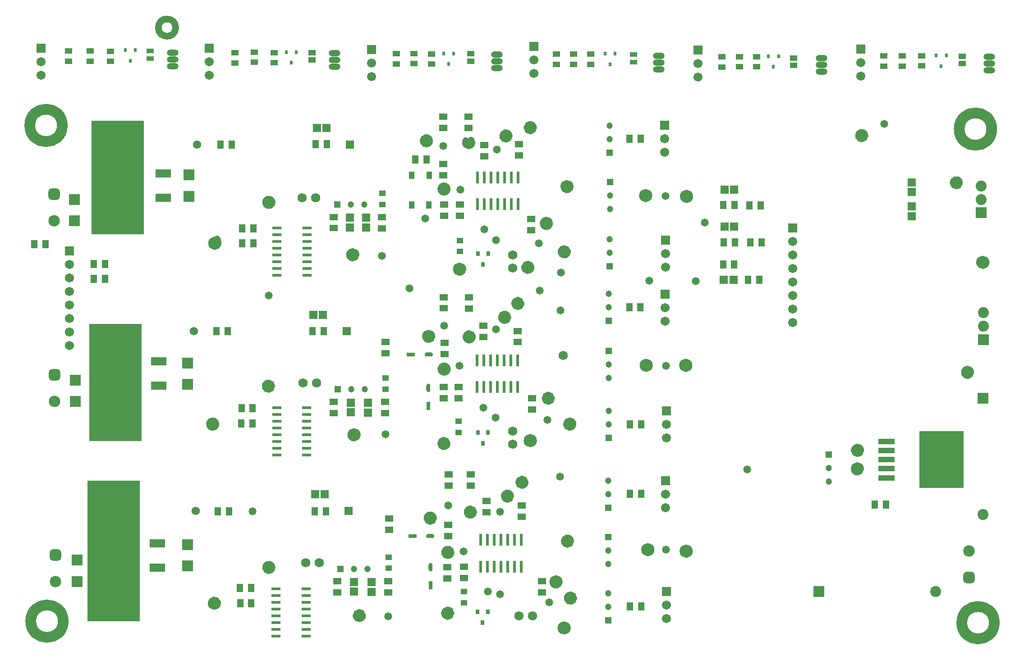
<source format=gts>
G04*
G04 #@! TF.GenerationSoftware,Altium Limited,Altium Designer,21.6.4 (81)*
G04*
G04 Layer_Color=8388736*
%FSLAX44Y44*%
%MOMM*%
G71*
G04*
G04 #@! TF.SameCoordinates,237C1AA0-54E4-4B3D-89E3-81C07F55AAFC*
G04*
G04*
G04 #@! TF.FilePolarity,Negative*
G04*
G01*
G75*
%ADD19R,1.5082X1.2065*%
%ADD20R,0.5580X2.2700*%
%ADD21R,1.2065X1.5082*%
%ADD22R,1.5046X1.5562*%
%ADD23R,0.6000X0.7000*%
G04:AMPARAMS|DCode=25|XSize=1.6071mm|YSize=0.7621mm|CornerRadius=0.3811mm|HoleSize=0mm|Usage=FLASHONLY|Rotation=0.000|XOffset=0mm|YOffset=0mm|HoleType=Round|Shape=RoundedRectangle|*
%AMROUNDEDRECTD25*
21,1,1.6071,0.0000,0,0,0.0*
21,1,0.8450,0.7621,0,0,0.0*
1,1,0.7621,0.4225,0.0000*
1,1,0.7621,-0.4225,0.0000*
1,1,0.7621,-0.4225,0.0000*
1,1,0.7621,0.4225,0.0000*
%
%ADD25ROUNDEDRECTD25*%
%ADD26R,1.6071X0.7621*%
G04:AMPARAMS|DCode=27|XSize=1.6071mm|YSize=0.7621mm|CornerRadius=0.3811mm|HoleSize=0mm|Usage=FLASHONLY|Rotation=90.000|XOffset=0mm|YOffset=0mm|HoleType=Round|Shape=RoundedRectangle|*
%AMROUNDEDRECTD27*
21,1,1.6071,0.0000,0,0,90.0*
21,1,0.8450,0.7621,0,0,90.0*
1,1,0.7621,0.0000,0.4225*
1,1,0.7621,0.0000,-0.4225*
1,1,0.7621,0.0000,-0.4225*
1,1,0.7621,0.0000,0.4225*
%
%ADD27ROUNDEDRECTD27*%
%ADD28R,0.7621X1.6071*%
%ADD29R,1.2000X1.1000*%
%ADD30R,1.4082X1.0065*%
%ADD31R,1.3500X0.9500*%
%ADD32R,1.3562X1.1046*%
%ADD33R,1.5562X1.5046*%
%ADD34R,8.3800X10.6600*%
%ADD35R,3.0500X1.0160*%
%ADD36R,1.6637X0.5588*%
%ADD37R,6.2000X5.8000*%
%ADD38R,3.0000X1.6000*%
%ADD39R,2.0000X2.0000*%
%ADD40C,0.2032*%
%ADD41C,1.2540*%
%ADD42C,2.0320*%
%ADD43R,9.9314X22.0472*%
%ADD44R,9.9314X26.4414*%
%ADD45R,9.9314X21.3106*%
%ADD46R,0.0762X0.0762*%
%ADD47C,0.9652*%
%ADD48R,0.8032X0.9032*%
%ADD49R,1.1132X1.4232*%
%ADD50C,1.7272*%
%ADD51C,1.2000*%
%ADD52C,1.7032*%
%ADD53R,1.7032X1.7032*%
%ADD54R,1.2000X1.2000*%
%ADD55C,2.1532*%
G04:AMPARAMS|DCode=56|XSize=2.1532mm|YSize=2.1532mm|CornerRadius=0.5891mm|HoleSize=0mm|Usage=FLASHONLY|Rotation=90.000|XOffset=0mm|YOffset=0mm|HoleType=Round|Shape=RoundedRectangle|*
%AMROUNDEDRECTD56*
21,1,2.1532,0.9750,0,0,90.0*
21,1,0.9750,2.1532,0,0,90.0*
1,1,1.1782,0.4875,0.4875*
1,1,1.1782,0.4875,-0.4875*
1,1,1.1782,-0.4875,-0.4875*
1,1,1.1782,-0.4875,0.4875*
%
%ADD56ROUNDEDRECTD56*%
%ADD57O,2.2032X1.2032*%
%ADD58O,2.2032X1.2032*%
%ADD59R,2.0574X2.0574*%
%ADD60C,2.0574*%
%ADD61C,2.0500*%
%ADD62R,2.0500X2.0500*%
%ADD63R,2.0574X2.0574*%
%ADD64R,1.2000X1.2000*%
%ADD65R,1.5748X1.5748*%
%ADD66C,1.5748*%
%ADD67C,1.4732*%
D19*
X1481328Y1528920D02*
D03*
X1546860Y1530952D02*
D03*
Y1509935D02*
D03*
X1569720Y1389982D02*
D03*
X1570990Y1053432D02*
D03*
X1302766Y827118D02*
D03*
Y806101D02*
D03*
X1405636Y1396143D02*
D03*
Y1417160D02*
D03*
X1405382Y1053497D02*
D03*
Y1074514D02*
D03*
X1412240Y715170D02*
D03*
Y736187D02*
D03*
X1569720Y1368965D02*
D03*
X1570990Y1032415D02*
D03*
X1589786Y688245D02*
D03*
Y709262D02*
D03*
X1404366Y1472598D02*
D03*
Y1493615D02*
D03*
X1455674Y910430D02*
D03*
Y889413D02*
D03*
X1442974Y736441D02*
D03*
Y715424D02*
D03*
X1435354Y1417415D02*
D03*
Y1396398D02*
D03*
X1544066Y1179924D02*
D03*
Y1158907D02*
D03*
X1406398Y1157572D02*
D03*
Y1136555D02*
D03*
X1405382Y1243425D02*
D03*
Y1222408D02*
D03*
X1479296Y1189482D02*
D03*
Y1168465D02*
D03*
X1452880Y1243330D02*
D03*
Y1222313D02*
D03*
X1433068Y1074514D02*
D03*
Y1053497D02*
D03*
X1551686Y851757D02*
D03*
Y830740D02*
D03*
X1413256Y815181D02*
D03*
Y794164D02*
D03*
X1414018Y910431D02*
D03*
Y889414D02*
D03*
X1485646Y860393D02*
D03*
Y839376D02*
D03*
X1300988Y688754D02*
D03*
Y709771D02*
D03*
X1205230Y688594D02*
D03*
Y709611D02*
D03*
X1198372Y1025811D02*
D03*
Y1046829D02*
D03*
X1295146Y1025557D02*
D03*
Y1046574D02*
D03*
X1289304Y1372776D02*
D03*
Y1393793D02*
D03*
X1481328Y1507903D02*
D03*
X1451864Y1561497D02*
D03*
Y1582514D02*
D03*
X1296162Y1138080D02*
D03*
Y1159097D02*
D03*
X1403858Y1582514D02*
D03*
Y1561497D02*
D03*
X1198626Y1394206D02*
D03*
Y1373189D02*
D03*
D20*
X1545082Y1468620D02*
D03*
X1532382D02*
D03*
X1545082Y1418344D02*
D03*
X1544320Y1074420D02*
D03*
X1531620D02*
D03*
X1518920D02*
D03*
X1506220D02*
D03*
X1493520D02*
D03*
X1480820D02*
D03*
X1468120D02*
D03*
Y1124696D02*
D03*
X1480820D02*
D03*
X1493520D02*
D03*
X1506220D02*
D03*
X1518920D02*
D03*
X1531620D02*
D03*
X1544320D02*
D03*
X1550670Y737124D02*
D03*
X1537970D02*
D03*
X1525270D02*
D03*
X1512570D02*
D03*
X1499870D02*
D03*
X1487170D02*
D03*
X1474470D02*
D03*
Y787400D02*
D03*
X1487170D02*
D03*
X1499870D02*
D03*
X1512570D02*
D03*
X1525270D02*
D03*
X1537970D02*
D03*
X1550670D02*
D03*
X1519682Y1468620D02*
D03*
X1506982D02*
D03*
X1494282D02*
D03*
X1481582D02*
D03*
X1468882D02*
D03*
Y1418344D02*
D03*
X1481582D02*
D03*
X1494282D02*
D03*
X1506982D02*
D03*
X1519682D02*
D03*
X1532382D02*
D03*
D21*
X1979168Y1416050D02*
D03*
X1997805Y1276350D02*
D03*
X1976788D02*
D03*
X2001868Y1346708D02*
D03*
X1980851D02*
D03*
X1950720Y1305306D02*
D03*
X1929703D02*
D03*
X1951830Y1346200D02*
D03*
X1930813D02*
D03*
X1930305Y1416304D02*
D03*
X1951322D02*
D03*
X2000185Y1416050D02*
D03*
X657098Y1343406D02*
D03*
X636081D02*
D03*
X748030Y1277620D02*
D03*
X769047D02*
D03*
X748030Y1305560D02*
D03*
X769047D02*
D03*
X1372711Y1501902D02*
D03*
X1351694D02*
D03*
X1754030Y1541272D02*
D03*
X1775047D02*
D03*
X1754538Y661924D02*
D03*
X1775555D02*
D03*
X1753522Y1224280D02*
D03*
X1774539D02*
D03*
X1754886Y1004316D02*
D03*
X1775903D02*
D03*
X1754632Y873760D02*
D03*
X1775649D02*
D03*
X2235294Y853694D02*
D03*
X2214277D02*
D03*
X1186021Y1530858D02*
D03*
X1165004D02*
D03*
X986282Y1530096D02*
D03*
X1007299D02*
D03*
X978408Y1179322D02*
D03*
X999425D02*
D03*
X1179924Y1179830D02*
D03*
X1158907D02*
D03*
X980854Y840994D02*
D03*
X1001870D02*
D03*
X1183735D02*
D03*
X1162718D02*
D03*
X1026573Y1372870D02*
D03*
X1047590D02*
D03*
X1047844Y1344676D02*
D03*
X1026827D02*
D03*
X1046067Y1005840D02*
D03*
X1025050D02*
D03*
X1046480Y1035050D02*
D03*
X1025463D02*
D03*
X1043940Y668528D02*
D03*
X1022923D02*
D03*
X1043686Y696722D02*
D03*
X1022669D02*
D03*
D22*
X1931044Y1276350D02*
D03*
X1949060D02*
D03*
X1932196Y1445514D02*
D03*
X1950212D02*
D03*
X1932704Y1376426D02*
D03*
X1950720D02*
D03*
X1166876Y1561084D02*
D03*
X1184892D02*
D03*
X1160544Y1210310D02*
D03*
X1178560D02*
D03*
X1163592Y872998D02*
D03*
X1181608D02*
D03*
D23*
X826110Y1707990D02*
D03*
X807110D02*
D03*
X816610Y1687990D02*
D03*
X1128522Y1704086D02*
D03*
X1109522D02*
D03*
X1119022Y1684086D02*
D03*
X1424026Y1701386D02*
D03*
X1405026D02*
D03*
X1414526Y1681386D02*
D03*
X1727200Y1701038D02*
D03*
X1708200D02*
D03*
X1717700Y1681038D02*
D03*
X2033778Y1696212D02*
D03*
X2014778D02*
D03*
X2024278Y1676212D02*
D03*
X2348840Y1697576D02*
D03*
X2329840D02*
D03*
X2339340Y1677576D02*
D03*
D25*
X1376925Y1135888D02*
D03*
X1379728Y794766D02*
D03*
D26*
X1343415Y1135888D02*
D03*
X1346217Y794766D02*
D03*
D27*
X1376680Y1072887D02*
D03*
X1380490Y735575D02*
D03*
D28*
X1376680Y1039377D02*
D03*
X1380490Y702065D02*
D03*
D29*
X1435354Y1329096D02*
D03*
Y1350096D02*
D03*
X1433322Y989158D02*
D03*
Y1010158D02*
D03*
X1443482Y669204D02*
D03*
Y690204D02*
D03*
X1301496Y754974D02*
D03*
Y733974D02*
D03*
X1295654Y1091524D02*
D03*
Y1070524D02*
D03*
X1289812Y1417742D02*
D03*
Y1438742D02*
D03*
D30*
X700532Y1686957D02*
D03*
Y1705975D02*
D03*
X741426D02*
D03*
Y1686957D02*
D03*
X779526Y1705467D02*
D03*
Y1686449D02*
D03*
X1086866Y1702927D02*
D03*
Y1683909D02*
D03*
X1049782Y1703689D02*
D03*
Y1684671D02*
D03*
X1013206Y1683401D02*
D03*
Y1702419D02*
D03*
X1382014Y1700641D02*
D03*
Y1681623D02*
D03*
X1349248Y1701149D02*
D03*
Y1682131D02*
D03*
X1315974Y1681877D02*
D03*
Y1700895D02*
D03*
X1681226Y1700133D02*
D03*
Y1681115D02*
D03*
X1648714Y1700133D02*
D03*
Y1681115D02*
D03*
X1616964D02*
D03*
Y1700133D02*
D03*
X1927606Y1676035D02*
D03*
Y1695053D02*
D03*
X1992376Y1695561D02*
D03*
Y1676543D02*
D03*
X1960372Y1695307D02*
D03*
Y1676289D02*
D03*
X2231644Y1677670D02*
D03*
Y1696687D02*
D03*
X2265934Y1696831D02*
D03*
Y1677813D02*
D03*
X2302764Y1697085D02*
D03*
Y1678067D02*
D03*
D31*
X853694Y1691506D02*
D03*
Y1706506D02*
D03*
X1761744Y1684648D02*
D03*
Y1699648D02*
D03*
D32*
X1157986Y1689204D02*
D03*
Y1703220D02*
D03*
X1455674Y1686768D02*
D03*
Y1700784D02*
D03*
X2062480Y1679044D02*
D03*
Y1693060D02*
D03*
X2378964Y1682092D02*
D03*
Y1696108D02*
D03*
D33*
X2284222Y1458976D02*
D03*
Y1440960D02*
D03*
Y1395866D02*
D03*
Y1413882D02*
D03*
X1269238Y689746D02*
D03*
Y707762D02*
D03*
X1236726Y708152D02*
D03*
Y690136D02*
D03*
X1230376Y1026804D02*
D03*
Y1044820D02*
D03*
X1263142Y1044566D02*
D03*
Y1026550D02*
D03*
X1228852Y1392546D02*
D03*
Y1374530D02*
D03*
X1259078Y1392546D02*
D03*
Y1374530D02*
D03*
D34*
X2339948Y938022D02*
D03*
D35*
X2236898Y972062D02*
D03*
Y955042D02*
D03*
Y938022D02*
D03*
Y921002D02*
D03*
Y903982D02*
D03*
D36*
X1147889Y946658D02*
D03*
Y959358D02*
D03*
Y972058D02*
D03*
Y984758D02*
D03*
Y997458D02*
D03*
Y1010158D02*
D03*
Y1022858D02*
D03*
Y1035558D02*
D03*
X1091375D02*
D03*
Y1022858D02*
D03*
Y1010158D02*
D03*
Y997458D02*
D03*
Y984758D02*
D03*
Y972058D02*
D03*
Y959358D02*
D03*
Y946658D02*
D03*
X1146429Y606552D02*
D03*
Y619252D02*
D03*
Y631952D02*
D03*
Y644652D02*
D03*
Y657352D02*
D03*
Y670052D02*
D03*
Y682752D02*
D03*
Y695452D02*
D03*
X1089914D02*
D03*
Y682752D02*
D03*
Y670052D02*
D03*
Y657352D02*
D03*
Y644652D02*
D03*
Y631952D02*
D03*
Y619252D02*
D03*
Y606552D02*
D03*
X1091882Y1284986D02*
D03*
Y1297686D02*
D03*
Y1310386D02*
D03*
Y1323086D02*
D03*
Y1335786D02*
D03*
Y1348486D02*
D03*
Y1361186D02*
D03*
Y1373886D02*
D03*
X1148398D02*
D03*
Y1361186D02*
D03*
Y1348486D02*
D03*
Y1335786D02*
D03*
Y1323086D02*
D03*
Y1310386D02*
D03*
Y1297686D02*
D03*
Y1284986D02*
D03*
D37*
X796544Y758190D02*
D03*
X798830Y1100074D02*
D03*
X807720Y1453388D02*
D03*
D38*
X867444Y735340D02*
D03*
Y781040D02*
D03*
X869730Y1077224D02*
D03*
Y1122924D02*
D03*
X878620Y1476238D02*
D03*
Y1430538D02*
D03*
D39*
X711962Y1426906D02*
D03*
Y1386906D02*
D03*
X924560Y738190D02*
D03*
Y778190D02*
D03*
X716788Y749234D02*
D03*
Y709234D02*
D03*
X924052Y1079566D02*
D03*
Y1119566D02*
D03*
X926846Y1433134D02*
D03*
Y1473134D02*
D03*
X713740Y1087308D02*
D03*
Y1047308D02*
D03*
D40*
X901688Y1750060D02*
G03*
X885444Y1766304I-16244J0D01*
G01*
Y1733816D02*
G03*
X901688Y1750060I0J16244D01*
G01*
X885444Y1766304D02*
G03*
X869200Y1750060I0J-16244D01*
G01*
D02*
G03*
X885444Y1733816I16244J0D01*
G01*
X896226Y1758449D02*
X897320Y1756811D01*
X896226Y1758449D02*
X897320Y1756811D01*
X897656Y1756184D02*
X898409Y1754364D01*
X894382Y1760391D02*
X895775Y1758998D01*
X898616Y1753684D02*
X899000Y1751752D01*
X899070Y1750060D02*
Y1751045D01*
X897656Y1756184D02*
X898409Y1754364D01*
X898616Y1753684D02*
X899000Y1751752D01*
X887136Y1763616D02*
X889068Y1763232D01*
X887136Y1763616D02*
X889068Y1763232D01*
X889748Y1763025D02*
X891568Y1762272D01*
X884459Y1763686D02*
X886429D01*
X884459D02*
X886429D01*
X892195Y1761936D02*
X893833Y1760842D01*
X894382Y1760391D02*
X895775Y1758998D01*
X889748Y1763025D02*
X891568Y1762272D01*
X892195Y1761936D02*
X893833Y1760842D01*
X899070Y1749075D02*
Y1750060D01*
Y1751045D01*
Y1749075D02*
Y1750060D01*
X898616Y1746436D02*
X899000Y1748368D01*
X898616Y1746436D02*
X899000Y1748368D01*
X897656Y1743936D02*
X898409Y1745756D01*
X897656Y1743936D02*
X898409Y1745756D01*
X896226Y1741671D02*
X897320Y1743309D01*
X896226Y1741671D02*
X897320Y1743309D01*
X894382Y1739729D02*
X895775Y1741122D01*
X894382Y1739729D02*
X895775Y1741122D01*
X892195Y1738183D02*
X893833Y1739278D01*
X892195Y1738183D02*
X893833Y1739278D01*
X889748Y1737095D02*
X891568Y1737848D01*
X889748Y1737095D02*
X891568Y1737848D01*
X887136Y1736504D02*
X889068Y1736888D01*
X887136Y1736504D02*
X889068Y1736888D01*
X881820Y1763232D02*
X883752Y1763616D01*
X881820Y1763232D02*
X883752Y1763616D01*
X879320Y1762272D02*
X881140Y1763025D01*
X879320Y1762272D02*
X881140Y1763025D01*
X877055Y1760842D02*
X878693Y1761936D01*
X877055Y1760842D02*
X878693Y1761936D01*
X875113Y1758998D02*
X876506Y1760391D01*
X875113Y1758998D02*
X876506Y1760391D01*
X873568Y1756811D02*
X874662Y1758449D01*
X873568Y1756811D02*
X874662Y1758449D01*
X872479Y1754364D02*
X873232Y1756184D01*
X872479Y1754364D02*
X873232Y1756184D01*
X871888Y1751752D02*
X872272Y1753684D01*
X871888Y1751752D02*
X872272Y1753684D01*
X871818Y1749075D02*
Y1750060D01*
Y1751045D01*
Y1750060D02*
Y1751045D01*
X879320Y1737848D02*
X881140Y1737095D01*
X877055Y1739278D02*
X878693Y1738183D01*
X879320Y1737848D02*
X881140Y1737095D01*
X877055Y1739278D02*
X878693Y1738183D01*
X884459Y1736434D02*
X886429D01*
X884459D02*
X886429D01*
X881820Y1736888D02*
X883752Y1736504D01*
X881820Y1736888D02*
X883752Y1736504D01*
X872479Y1745756D02*
X873232Y1743936D01*
X871888Y1748368D02*
X872272Y1746436D01*
X872479Y1745756D02*
X873232Y1743936D01*
X871818Y1749075D02*
Y1750060D01*
X871888Y1748368D02*
X872272Y1746436D01*
X875113Y1741122D02*
X876506Y1739729D01*
X875113Y1741122D02*
X876506Y1739729D01*
X873568Y1743309D02*
X874662Y1741671D01*
X873568Y1743309D02*
X874662Y1741671D01*
D41*
X901688Y1750060D02*
G03*
X901688Y1750060I-16244J0D01*
G01*
D42*
X2434082Y1559306D02*
G03*
X2434082Y1559306I-30480J0D01*
G01*
X2438908Y631698D02*
G03*
X2438908Y631698I-30480J0D01*
G01*
X688848Y1566164D02*
G03*
X688848Y1566164I-30480J0D01*
G01*
X690626Y634492D02*
G03*
X690626Y634492I-30480J0D01*
G01*
D43*
X788289Y1083310D02*
D03*
D44*
X784987Y766191D02*
D03*
D45*
X792861Y1468247D02*
D03*
D46*
X732409Y1139571D02*
D03*
D47*
X1567815Y1553992D02*
G03*
X1567942Y1553995I-127J7854D01*
G01*
X1559883Y1562735D02*
G03*
X1559833Y1561846I7805J-889D01*
G01*
D02*
G03*
X1562133Y1556292I7855J0D01*
G01*
D02*
G03*
X1567688Y1553991I5555J5555D01*
G01*
X1562437Y1567688D02*
G03*
X1559883Y1562735I5251J-5842D01*
G01*
X1566230Y1569565D02*
G03*
X1562437Y1567688I1458J-7719D01*
G01*
X1567688Y1553991D02*
G03*
X1567815Y1553992I-0J7855D01*
G01*
X1567942Y1553995D02*
G03*
X1568704Y1554057I-254J7851D01*
G01*
D02*
G03*
X1575543Y1561846I-1016J7789D01*
G01*
D02*
G03*
X1566230Y1569565I-7855J0D01*
G01*
X1631442Y1336529D02*
G03*
X1639297Y1328674I0J-7855D01*
G01*
X1639168Y1330091D02*
G03*
X1631442Y1336529I-7726J-1417D01*
G01*
X1639297Y1328674D02*
G03*
X1639295Y1328848I-7855J0D01*
G01*
Y1328848D02*
G03*
X1639168Y1330091I-7853J-174D01*
G01*
X1605769Y1382014D02*
G03*
X1604788Y1385816I-7855J0D01*
G01*
Y1385816D02*
G03*
X1597914Y1389869I-6874J-3802D01*
G01*
X1639043Y621792D02*
G03*
X1623469Y623250I-7855J0D01*
G01*
X1591768Y1386906D02*
G03*
X1605769Y1382014I6146J-4892D01*
G01*
X1597914Y1389869D02*
G03*
X1591768Y1386906I0J-7855D01*
G01*
X1623469Y623250D02*
G03*
X1623399Y620776I7719J-1458D01*
G01*
D02*
G03*
X1639043Y621792I7789J1016D01*
G01*
X1570971Y1299464D02*
G03*
X1563297Y1307317I-7855J0D01*
G01*
D02*
G03*
X1555304Y1300289I-181J-7853D01*
G01*
X1609325Y1053338D02*
G03*
X1601470Y1061193I-7855J0D01*
G01*
X1555304Y1300289D02*
G03*
X1570835Y1298006I7812J-825D01*
G01*
X1593615Y1053385D02*
G03*
X1601470Y1045483I7855J-47D01*
G01*
Y1061193D02*
G03*
X1593615Y1053385I0J-7855D01*
G01*
X1570835Y1298006D02*
G03*
X1570971Y1299464I-7719J1458D01*
G01*
X1601470Y1045483D02*
G03*
X1609325Y1053338I0J7855D01*
G01*
X1616964Y700617D02*
G03*
X1617980Y700818I-1016J7789D01*
G01*
X1615948Y700551D02*
G03*
X1616964Y700617I0J7855D01*
G01*
X1623803Y708406D02*
G03*
X1608100Y708755I-7855J0D01*
G01*
D02*
G03*
X1615948Y700551I7847J-349D01*
G01*
X1559795Y895604D02*
G03*
X1551940Y903459I-7855J0D01*
G01*
X1551813Y887750D02*
G03*
X1559795Y895604I127J7854D01*
G01*
X1551940Y903459D02*
G03*
X1544085Y895604I0J-7855D01*
G01*
D02*
G03*
X1551813Y887750I7855J0D01*
G01*
X1551921Y1231646D02*
G03*
X1544066Y1239501I-7855J0D01*
G01*
D02*
G03*
X1536211Y1231646I0J-7855D01*
G01*
X1544066Y1223791D02*
G03*
X1551567Y1229314I0J7855D01*
G01*
X1536211Y1231646D02*
G03*
X1544066Y1223791I7855J0D01*
G01*
X2189988Y1539259D02*
G03*
X2197839Y1546860I0J7855D01*
G01*
X2197843Y1547114D02*
G03*
X2189988Y1539259I-7855J0D01*
G01*
X1084561Y1421638D02*
G03*
X1084158Y1424122I-7855J0D01*
G01*
D02*
G03*
X1071152Y1427193I-7452J-2484D01*
G01*
D02*
G03*
X1084557Y1421384I5555J-5555D01*
G01*
D02*
G03*
X1084561Y1421638I-7851J254D01*
G01*
X1083799Y1076198D02*
G03*
X1081498Y1070643I-7855J0D01*
G01*
X2197839Y1546860D02*
G03*
X2197843Y1547114I-7851J254D01*
G01*
X2359937Y1458722D02*
G03*
X2359933Y1458468I7851J-254D01*
G01*
X2360919Y1462278D02*
G03*
X2359937Y1458722I6869J-3810D01*
G01*
X2359933Y1458468D02*
G03*
X2360919Y1462278I7855J0D01*
G01*
X1628667Y1451102D02*
G03*
X1630968Y1445547I7855J0D01*
G01*
D02*
G03*
X1644377Y1451102I5555J5555D01*
G01*
D02*
G03*
X1628667Y1451102I-7855J0D01*
G01*
X1617980Y700818D02*
G03*
X1623803Y708406I-2032J7588D01*
G01*
X1650981Y677926D02*
G03*
X1648681Y683481I-7855J0D01*
G01*
D02*
G03*
X1650944Y677164I-5555J-5555D01*
G01*
X1405382Y976357D02*
G03*
X1397527Y968600I0J-7855D01*
G01*
X1413237Y968502D02*
G03*
X1413236Y968662I-7855J0D01*
G01*
Y968662D02*
G03*
X1405382Y976357I-7854J-160D01*
G01*
X1397527Y968600D02*
G03*
X1397527Y968502I7855J-98D01*
G01*
X1404112Y960750D02*
G03*
X1413237Y968502I1270J7752D01*
G01*
X1397527D02*
G03*
X1399776Y963000I7855J0D01*
G01*
Y963000D02*
G03*
X1404112Y960750I5606J5502D01*
G01*
X1418049Y655057D02*
G03*
X1412240Y657354I-5555J-5555D01*
G01*
D02*
G03*
X1404639Y649570I254J-7851D01*
G01*
D02*
G03*
X1404639Y649503I7855J-67D01*
G01*
X1411570Y641702D02*
G03*
X1412240Y641652I924J7801D01*
G01*
X1404639Y649503D02*
G03*
X1411570Y641702I7855J0D01*
G01*
X1412240Y641652D02*
G03*
X1412475Y641648I254J7851D01*
G01*
D02*
G03*
X1412494Y641648I19J7855D01*
G01*
D02*
G03*
X1420345Y649229I0J7855D01*
G01*
X1420349Y649503D02*
G03*
X1420338Y649917I-7855J0D01*
G01*
D02*
G03*
X1418049Y655057I-7844J-414D01*
G01*
X1420345Y649229D02*
G03*
X1420348Y649358I-7850J273D01*
G01*
D02*
G03*
X1420349Y649503I-7854J145D01*
G01*
X1637538Y777005D02*
G03*
X1645393Y784860I0J7855D01*
G01*
D02*
G03*
X1637538Y777005I-7855J0D01*
G01*
X1575543Y973836D02*
G03*
X1559833Y973836I-7855J0D01*
G01*
D02*
G03*
X1575543Y973836I7855J0D01*
G01*
X1650944Y677164D02*
G03*
X1650981Y677926I-7818J762D01*
G01*
X1532617Y869442D02*
G03*
X1524762Y861587I-7855J0D01*
G01*
D02*
G03*
X1532617Y869442I0J7855D01*
G01*
X1463021Y839423D02*
G03*
X1463021Y839470I-7855J47D01*
G01*
X1455420Y847321D02*
G03*
X1463021Y839423I-254J-7851D01*
G01*
X1463021Y839470D02*
G03*
X1455420Y847321I-7855J0D01*
G01*
X1379728Y820185D02*
G03*
X1387583Y828040I0J7855D01*
G01*
X1371886Y827579D02*
G03*
X1379728Y820185I7842J461D01*
G01*
X1387583Y828040D02*
G03*
X1371886Y827579I-7855J0D01*
G01*
X1412494Y755927D02*
G03*
X1420603Y763778I254J7851D01*
G01*
D02*
G03*
X1412494Y755927I-7855J0D01*
G01*
X1551567Y1229314D02*
G03*
X1551921Y1231646I-7501J2332D01*
G01*
X1529823Y1546352D02*
G03*
X1521968Y1538497I-7855J0D01*
G01*
D02*
G03*
X1522984Y1538563I0J7855D01*
G01*
D02*
G03*
X1529823Y1546352I-1016J7789D01*
G01*
X1518920Y1197645D02*
G03*
X1525117Y1200068I508J7839D01*
G01*
X1527283Y1205484D02*
G03*
X1518920Y1197645I-7855J0D01*
G01*
X1648949Y1008198D02*
G03*
X1641856Y1012679I-7093J-3374D01*
G01*
X1649711Y1004824D02*
G03*
X1648949Y1008198I-7855J0D01*
G01*
X1641856Y1012679D02*
G03*
X1649711Y1004824I0J-7855D01*
G01*
X1081498Y1070643D02*
G03*
X1083799Y1076198I-5555J5555D01*
G01*
X1452257Y1535623D02*
G03*
X1452023Y1535672I-1176J-5015D01*
G01*
X1452257Y1535623D02*
G03*
X1452023Y1535672I-1176J-5015D01*
G01*
Y1526049D02*
G03*
X1457122Y1527928I0J7855D01*
G01*
X1452023Y1535672D02*
G03*
X1451944Y1535686I-942J-5064D01*
G01*
X1452023Y1535672D02*
G03*
X1451944Y1535686I-942J-5064D01*
G01*
X1451944Y1535686D02*
G03*
X1450259Y1535693I-862J-5078D01*
G01*
X1451944Y1535686D02*
G03*
X1450259Y1535693I-862J-5078D01*
G01*
X1446469Y1528349D02*
G03*
X1452023Y1526049I5555J5555D01*
G01*
X1445154Y1530094D02*
G03*
X1446469Y1528349I6869J3810D01*
G01*
X1460735Y1168654D02*
G03*
X1460731Y1168908I-7855J0D01*
G01*
X1460735Y1168559D02*
G03*
X1460735Y1168654I-7855J94D01*
G01*
X1458185Y1174447D02*
G03*
X1452880Y1176509I-5305J-5793D01*
G01*
X1460456Y1170730D02*
G03*
X1458185Y1174447I-7576J-2076D01*
G01*
X1460731Y1168908D02*
G03*
X1460456Y1170730I-7851J-254D01*
G01*
X1452880Y1176509D02*
G03*
X1451356Y1176360I0J-7855D01*
G01*
D02*
G03*
X1460735Y1168559I1524J-7706D01*
G01*
X2189968Y955168D02*
G03*
X2189901Y956325I-7854J126D01*
G01*
X2187668Y949740D02*
G03*
X2189968Y955168I-5555J5555D01*
G01*
X2181987Y947440D02*
G03*
X2187668Y949740I127J7854D01*
G01*
X2181987Y947440D02*
G03*
X2187668Y949740I127J7854D01*
G01*
X1226427Y1323561D02*
G03*
X1226405Y1323086I7832J-602D01*
G01*
D02*
G03*
X1226404Y1322959I7854J-127D01*
G01*
D02*
G03*
X1226461Y1322018I7855J0D01*
G01*
X1412425Y1442579D02*
G03*
X1413491Y1446530I-6789J3951D01*
G01*
X1405636Y1438675D02*
G03*
X1412425Y1442579I0J7855D01*
G01*
X1413491Y1446530D02*
G03*
X1405636Y1438675I-7855J0D01*
G01*
X979151Y1004824D02*
G03*
X979135Y1005332I-7855J0D01*
G01*
X974586Y1011957D02*
G03*
X970280Y1012613I-3290J-7133D01*
G01*
X979135Y1005332D02*
G03*
X974586Y1011957I-7839J-508D01*
G01*
X963507Y1005840D02*
G03*
X979151Y1004824I7789J-1016D01*
G01*
X970280Y1012613D02*
G03*
X963980Y1007684I1016J-7789D01*
G01*
D02*
G03*
X963507Y1005840I7316J-2860D01*
G01*
X1238777Y645086D02*
G03*
X1238793Y644652I7855J74D01*
G01*
X1254487Y645160D02*
G03*
X1238777Y645086I-7855J0D01*
G01*
X1238793Y644652D02*
G03*
X1254487Y645160I7839J508D01*
G01*
X982282Y1344676D02*
G03*
X982322Y1345057I-17772J2047D01*
G01*
X983171Y1344676D02*
G03*
X983190Y1344830I-11587J1554D01*
G01*
X983116Y1344310D02*
G03*
X983171Y1344676I-11532J1920D01*
G01*
X982236Y1344310D02*
G03*
X982282Y1344676I-17726J2412D01*
G01*
X982218Y1341374D02*
G03*
X983116Y1344310I-10634J4856D01*
G01*
X982218Y1344180D02*
G03*
X982236Y1344310I-17708J2543D01*
G01*
X980744Y1339207D02*
G03*
X980872Y1339342I-5638J5469D01*
G01*
X980744Y1339207D02*
G03*
X980872Y1339342I-5638J5469D01*
G01*
X980744Y1339207D02*
G03*
X980872Y1339342I-5638J5469D01*
G01*
X980744Y1339207D02*
G03*
X980872Y1339342I-5638J5469D01*
G01*
X980744Y1339207D02*
G03*
X980790Y1339307I-16234J7516D01*
G01*
X980744Y1339207D02*
G03*
X980790Y1339307I-16234J7516D01*
G01*
X980744Y1339207D02*
G03*
X980790Y1339307I-16234J7516D01*
G01*
X980744Y1339207D02*
G03*
X980790Y1339307I-16234J7516D01*
G01*
X980743Y1339205D02*
G03*
X980744Y1339207I-5637J5471D01*
G01*
X980743Y1339205D02*
G03*
X980744Y1339207I-5637J5471D01*
G01*
X980743Y1339205D02*
G03*
X980744Y1339207I-5637J5471D01*
G01*
X980743Y1339205D02*
G03*
X980744Y1339207I-5637J5471D01*
G01*
X980731Y1339179D02*
G03*
X980744Y1339207I-16221J7544D01*
G01*
X980731Y1339179D02*
G03*
X980744Y1339207I-16221J7544D01*
G01*
X980731Y1339179D02*
G03*
X980744Y1339207I-16221J7544D01*
G01*
X981283Y1352531D02*
G03*
X979850Y1354496I-6987J-3589D01*
G01*
X981283Y1352531D02*
G03*
X979850Y1354496I-6987J-3589D01*
G01*
X981431Y1352531D02*
G03*
X979850Y1354496I-9847J-6301D01*
G01*
X981283Y1352531D02*
G03*
X979850Y1354496I-6987J-3589D01*
G01*
X981283Y1352531D02*
G03*
X979850Y1354496I-6987J-3589D01*
G01*
X981431Y1352531D02*
G03*
X979850Y1354496I-9847J-6301D01*
G01*
X981431Y1352531D02*
G03*
X979850Y1354496I-9847J-6301D01*
G01*
X981431Y1352531D02*
G03*
X979850Y1354496I-9847J-6301D01*
G01*
X975106Y1352531D02*
G03*
X969551Y1350231I0J-7855D01*
G01*
X980731Y1339179D02*
G03*
X980744Y1339207I-16221J7544D01*
G01*
X969551Y1350231D02*
G03*
X967994Y1348011I5555J-5555D01*
G01*
D02*
G03*
X967262Y1345090I7112J-3335D01*
G01*
D02*
G03*
X967251Y1344676I7844J-414D01*
G01*
D02*
G03*
X967994Y1341341I7855J0D01*
G01*
X1442701Y1295908D02*
G03*
X1426991Y1295908I-7855J0D01*
G01*
X1437853Y1288651D02*
G03*
X1442701Y1295908I-3007J7257D01*
G01*
X1434846Y1288053D02*
G03*
X1437853Y1288651I0J7855D01*
G01*
X1429789Y1289897D02*
G03*
X1434846Y1288053I5056J6011D01*
G01*
X1426991Y1295908D02*
G03*
X1429789Y1289897I7855J0D01*
G01*
X1525117Y1200068D02*
G03*
X1527283Y1205484I-5689J5416D01*
G01*
X2189715Y920750D02*
G03*
X2189714Y920876I-7855J0D01*
G01*
X2174005Y920750D02*
G03*
X2182114Y912899I7855J0D01*
G01*
X2174005Y920842D02*
G03*
X2174005Y920750I7855J-92D01*
G01*
X2189714Y920876D02*
G03*
X2174005Y920842I-7854J-126D01*
G01*
X1376934Y1161815D02*
G03*
X1384789Y1169670I0J7855D01*
G01*
D02*
G03*
X1369079Y1169670I-7855J0D01*
G01*
X1369908Y1166157D02*
G03*
X1376934Y1161815I7026J3513D01*
G01*
X1369079Y1169670D02*
G03*
X1369908Y1166157I7855J0D01*
G01*
X1405636Y1100351D02*
G03*
X1413745Y1108202I254J7851D01*
G01*
D02*
G03*
X1405636Y1100351I-7855J0D01*
G01*
X1380471Y1537208D02*
G03*
X1372663Y1529353I-7855J0D01*
G01*
X1379737Y1533892D02*
G03*
X1380471Y1537208I-7121J3316D01*
G01*
X1372663Y1529353D02*
G03*
X1379737Y1533892I-47J7855D01*
G01*
X981948Y670246D02*
G03*
X973328Y676063I-7604J-1972D01*
G01*
X982198Y668401D02*
G03*
X981948Y670246I-7854J-127D01*
G01*
X982199Y668274D02*
G03*
X982198Y668401I-7855J0D01*
G01*
X973328Y676063D02*
G03*
X966529Y669069I1016J-7789D01*
G01*
X966529Y669069D02*
G03*
X966489Y668274I7815J-795D01*
G01*
D02*
G03*
X982190Y667893I7855J0D01*
G01*
X1459878Y1533904D02*
G03*
X1459878Y1533984I-7855J0D01*
G01*
D02*
G03*
X1458014Y1538984I-7855J-80D01*
G01*
X1458892Y1530094D02*
G03*
X1459878Y1533904I-6869J3810D01*
G01*
X1454119Y1536188D02*
G03*
X1454118Y1536188I3186J-6922D01*
G01*
X1444168Y1533904D02*
G03*
X1444176Y1533555I7855J0D01*
G01*
X1444168Y1533904D02*
G03*
X1444176Y1533555I7855J0D01*
G01*
X1444176Y1533555D02*
G03*
X1445154Y1530094I7847J349D01*
G01*
X1457578Y1528349D02*
G03*
X1458892Y1530094I-5555J5555D01*
G01*
X1457574Y1528345D02*
G03*
X1457578Y1528349I-5550J5559D01*
G01*
X1457122Y1527928D02*
G03*
X1457574Y1528345I-5099J5975D01*
G01*
X1458014Y1538984D02*
G03*
X1457578Y1539458I-5991J-5080D01*
G01*
X1444175Y1534238D02*
G03*
X1444168Y1533904I7848J-334D01*
G01*
X1444175Y1534238D02*
G03*
X1444168Y1533904I7848J-334D01*
G01*
X1450259Y1535693D02*
G03*
X1447439Y1534250I822J-5085D01*
G01*
X1444622Y1536536D02*
G03*
X1444175Y1534238I7401J-2632D01*
G01*
X1444622Y1536536D02*
G03*
X1444175Y1534238I7401J-2632D01*
G01*
X1453896Y1534922D02*
G03*
X1452747Y1535482I-2815J-4314D01*
G01*
X1452747D02*
G03*
X1452257Y1535623I-1666J-4874D01*
G01*
X1457577Y1539458D02*
G03*
X1456849Y1540102I-5554J-5555D01*
G01*
D02*
G03*
X1456647Y1540254I-4826J-6198D01*
G01*
D02*
G03*
X1456468Y1540381I-4624J-6350D01*
G01*
X1456467Y1540381D02*
G03*
X1456316Y1540482I-4444J-6477D01*
G01*
X1446469Y1539458D02*
G03*
X1445154Y1537714I5555J-5554D01*
G01*
X1446469Y1539458D02*
G03*
X1445154Y1537714I5555J-5554D01*
G01*
X1445154Y1537714D02*
G03*
X1445153Y1537712I6870J-3810D01*
G01*
X1445154Y1537714D02*
G03*
X1445153Y1537712I6870J-3810D01*
G01*
Y1537712D02*
G03*
X1444622Y1536536I6870J-3808D01*
G01*
X1445153Y1537712D02*
G03*
X1444622Y1536536I6870J-3808D01*
G01*
X1445154Y1537714D02*
G03*
X1444622Y1536536I6870J-3810D01*
G01*
X1445154Y1537714D02*
G03*
X1444622Y1536536I6870J-3810D01*
G01*
X1452747Y1535482D02*
G03*
X1452257Y1535623I-1666J-4874D01*
G01*
X1453896Y1534922D02*
G03*
X1452747Y1535482I-2815J-4314D01*
G01*
X1450259Y1535693D02*
G03*
X1447439Y1534250I822J-5085D01*
G01*
X1796269Y768858D02*
G03*
X1796269Y768858I-7855J0D01*
G01*
X1868913Y1432814D02*
G03*
X1868913Y1432814I-7855J0D01*
G01*
X1792205Y1434338D02*
G03*
X1792205Y1434338I-7855J0D01*
G01*
X1867501Y1115314D02*
G03*
X1867501Y1115314I-7855J0D01*
G01*
X1793221D02*
G03*
X1793221Y1115314I-7855J0D01*
G01*
X1868207Y766008D02*
G03*
X1868207Y766008I-7855J0D01*
G01*
X2189706Y920369D02*
G03*
X2189715Y920750I-7846J381D01*
G01*
X2182114Y912899D02*
G03*
X2189706Y920369I-254J7851D01*
G01*
X2181987Y963148D02*
G03*
X2180206Y962914I127J-7854D01*
G01*
X2182114Y963149D02*
G03*
X2181987Y963148I0J-7855D01*
G01*
X2178304Y962163D02*
G03*
X2174259Y955294I3810J-6869D01*
G01*
X2180206Y962914D02*
G03*
X2178304Y962163I1908J-7620D01*
G01*
X2189901Y956325D02*
G03*
X2185427Y962417I-7787J-1031D01*
G01*
D02*
G03*
X2182114Y963149I-3313J-7123D01*
G01*
X2174259Y955294D02*
G03*
X2181987Y947440I7855J0D01*
G01*
X2174259Y955294D02*
G03*
X2181987Y947440I7855J0D01*
G01*
X983190Y1344830D02*
G03*
X983215Y1345057I-11606J1400D01*
G01*
X982322D02*
G03*
X982218Y1349265I-17812J1666D01*
G01*
X983215Y1345057D02*
G03*
X983249Y1345453I-11632J1173D01*
G01*
X982190Y667893D02*
G03*
X982199Y668274I-7846J381D01*
G01*
X1084561Y735584D02*
G03*
X1081133Y729095I-7855J0D01*
G01*
D02*
G03*
X1084561Y735584I-4427J6489D01*
G01*
X1228875Y985012D02*
G03*
X1244581Y984758I7851J-254D01*
G01*
D02*
G03*
X1228875Y985012I-7855J0D01*
G01*
X1242026Y1324139D02*
G03*
X1241911Y1324737I-7766J-1180D01*
G01*
X1240838Y1327252D02*
G03*
X1239885Y1328441I-6579J-4293D01*
G01*
X1242049Y1323975D02*
G03*
X1242026Y1324139I-7789J-1016D01*
G01*
X1226553Y1321435D02*
G03*
X1226918Y1320165I7706J1524D01*
G01*
X1226470Y1321943D02*
G03*
X1226508Y1321689I7789J1016D01*
G01*
D02*
G03*
X1226553Y1321435I7752J1270D01*
G01*
X1234513Y1330810D02*
G03*
X1234259Y1330814I-254J-7851D01*
G01*
D02*
G03*
X1229496Y1329205I0J-7855D01*
G01*
X1226918Y1320165D02*
G03*
X1227022Y1319906I7341J2794D01*
G01*
X1229496Y1329205D02*
G03*
X1227390Y1326769I4763J-6246D01*
G01*
D02*
G03*
X1227022Y1326012I6869J-3810D01*
G01*
D02*
G03*
X1227020Y1326007I7238J-3052D01*
G01*
D02*
G03*
X1226427Y1323561I7240J-3048D01*
G01*
X1242115Y1322959D02*
G03*
X1242049Y1323975I-7855J0D01*
G01*
X1241775Y1325245D02*
G03*
X1241129Y1326769I-7515J-2286D01*
G01*
D02*
G03*
X1240838Y1327252I-6869J-3810D01*
G01*
X1226461Y1322018D02*
G03*
X1226470Y1321943I7799J941D01*
G01*
X1227022Y1319906D02*
G03*
X1234259Y1315104I7238J3053D01*
G01*
D02*
G03*
X1242115Y1322959I0J7855D01*
G01*
X1239814Y1328513D02*
G03*
X1234513Y1330810I-5555J-5555D01*
G01*
X1241847Y1324991D02*
G03*
X1241775Y1325245I-7588J-2032D01*
G01*
X1241911Y1324737D02*
G03*
X1241847Y1324991I-7651J-1778D01*
G01*
X1239885Y1328441D02*
G03*
X1239814Y1328513I-5626J-5482D01*
G01*
X982213Y1341363D02*
G03*
X982218Y1341373I-10630J4866D01*
G01*
X981578Y1341363D02*
G03*
X982218Y1344180I-17068J5359D01*
G01*
Y1341341D02*
G03*
X982228Y1341363I-7112J3335D01*
G01*
X981461Y1341003D02*
G03*
X981578Y1341363I-16951J5720D01*
G01*
X982187Y1341306D02*
G03*
X982213Y1341363I-10603J4923D01*
G01*
X982199Y1341300D02*
G03*
X982218Y1341341I-7093J3376D01*
G01*
X982184Y1341300D02*
G03*
X982187Y1341306I-10600J4930D01*
G01*
X982218Y1351086D02*
G03*
X981431Y1352531I-10634J-4857D01*
G01*
X982237Y1351045D02*
G03*
X982218Y1351086I-10653J-4815D01*
G01*
Y1349265D02*
G03*
X981956Y1350680I-17708J-2543D01*
G01*
X982188Y1341278D02*
G03*
X982199Y1341300I-7082J3398D01*
G01*
X983249Y1345453D02*
G03*
X982237Y1351045I-11665J777D01*
G01*
X980152Y1338656D02*
G03*
X980236Y1338727I-5046J6020D01*
G01*
X969340Y1339342D02*
G03*
X980152Y1338656I5767J5334D01*
G01*
X980714Y1339176D02*
G03*
X980717Y1339178I-5608J5500D01*
G01*
X980660Y1339122D02*
G03*
X980714Y1339176I-5555J5554D01*
G01*
X981956Y1350680D02*
G03*
X981283Y1352531I-7660J-1738D01*
G01*
X967994Y1341341D02*
G03*
X969340Y1339342I7112J3335D01*
G01*
X980717Y1339178D02*
G03*
X980741Y1339203I-5611J5497D01*
G01*
X981086Y1339995D02*
G03*
X981461Y1341003I-16576J6728D01*
G01*
X980952Y1339673D02*
G03*
X981086Y1339995I-16442J7050D01*
G01*
X980741Y1339203D02*
G03*
X980743Y1339205I-5635J5473D01*
G01*
X981701Y1340408D02*
G03*
X982188Y1341278I-6595J4268D01*
G01*
X980236Y1338727D02*
G03*
X980660Y1339122I-5130J5949D01*
G01*
X980790Y1339307D02*
G03*
X980952Y1339673I-16280J7415D01*
G01*
X980872Y1339342D02*
G03*
X981701Y1340408I-5767J5334D01*
G01*
X2425173Y1308862D02*
G03*
X2425173Y1308862I-7855J0D01*
G01*
X2394171Y1107661D02*
G03*
X2396471Y1102106I-5555J-5555D01*
G01*
X2395739Y1105419D02*
G03*
X2394171Y1107661I-7123J-3313D01*
G01*
X2396471Y1102106D02*
G03*
X2395739Y1105419I-7855J0D01*
G01*
D48*
X1488542Y1324958D02*
D03*
X1469542D02*
D03*
X1479042Y1304958D02*
D03*
X1487780Y651858D02*
D03*
X1468780D02*
D03*
X1478280Y631858D02*
D03*
X1488034Y988662D02*
D03*
X1469034D02*
D03*
X1478534Y968662D02*
D03*
D49*
X1345090Y1472438D02*
D03*
X1377790D02*
D03*
X1344836Y1416812D02*
D03*
X1377536D02*
D03*
D50*
X1567688Y1561846D02*
D03*
X1631442Y1328674D02*
D03*
X1597914Y1382014D02*
D03*
X1571498Y644144D02*
D03*
X1631188Y621792D02*
D03*
X1601470Y1053338D02*
D03*
X1563116Y1299464D02*
D03*
X1534668Y1322940D02*
D03*
X1636522Y1451102D02*
D03*
X1546498Y644144D02*
D03*
X1412494Y649503D02*
D03*
X1551940Y895604D02*
D03*
X1637538Y784860D02*
D03*
X1405382Y968502D02*
D03*
X1521968Y1546352D02*
D03*
X1519428Y1205484D02*
D03*
X1372616Y1537208D02*
D03*
X1376934Y1169670D02*
D03*
X1379728Y828040D02*
D03*
X1452023Y1533904D02*
D03*
X1534668Y1297940D02*
D03*
X2189988Y1547114D02*
D03*
X1643126Y677926D02*
D03*
X1412748Y763778D02*
D03*
X1615948Y708406D02*
D03*
X1788414Y768858D02*
D03*
X1861058Y1432814D02*
D03*
X1405636Y1446530D02*
D03*
X1434846Y1295908D02*
D03*
X1784350Y1434338D02*
D03*
X1859646Y1115314D02*
D03*
X1544066Y1231646D02*
D03*
X1452880Y1168654D02*
D03*
X1641856Y1004824D02*
D03*
X1629664Y1133602D02*
D03*
X1405890Y1108202D02*
D03*
X1567688Y973836D02*
D03*
X1534668Y966978D02*
D03*
Y991978D02*
D03*
X1785366Y1115314D02*
D03*
X1860352Y766008D02*
D03*
X1455166Y839470D02*
D03*
X1524762Y869442D02*
D03*
X2367788Y1458468D02*
D03*
X2181860Y920750D02*
D03*
X2182114Y955294D02*
D03*
X1146302Y744474D02*
D03*
X1171302D02*
D03*
X1246632Y645160D02*
D03*
X1076706Y735584D02*
D03*
X1141114Y1082548D02*
D03*
X1166114D02*
D03*
X1139190Y1430020D02*
D03*
X1164190D02*
D03*
X1075944Y1076198D02*
D03*
X1234260Y1322959D02*
D03*
X974344Y668274D02*
D03*
X975106Y1344676D02*
D03*
X1236726Y984758D02*
D03*
X971296Y1004824D02*
D03*
X2388616Y1102106D02*
D03*
X2417318Y1308862D02*
D03*
X1076706Y1421638D02*
D03*
X1567688Y1561846D02*
D03*
X1631442Y1328674D02*
D03*
X1597914Y1382014D02*
D03*
X1631188Y621792D02*
D03*
X1601470Y1053338D02*
D03*
X1563116Y1299464D02*
D03*
X1636522Y1451102D02*
D03*
X1412494Y649503D02*
D03*
X1551940Y895604D02*
D03*
X1637538Y784860D02*
D03*
X1405382Y968502D02*
D03*
X1521968Y1546352D02*
D03*
X1519428Y1205484D02*
D03*
X1372616Y1537208D02*
D03*
X1376934Y1169670D02*
D03*
X1379728Y828040D02*
D03*
X2189988Y1547114D02*
D03*
X1643126Y677926D02*
D03*
X1412748Y763778D02*
D03*
X1615948Y708406D02*
D03*
X1788414Y768858D02*
D03*
X1861058Y1432814D02*
D03*
X1405636Y1446530D02*
D03*
X1434846Y1295908D02*
D03*
X1784350Y1434338D02*
D03*
X1859646Y1115314D02*
D03*
X1544066Y1231646D02*
D03*
X1452880Y1168654D02*
D03*
X1641856Y1004824D02*
D03*
X1629664Y1133602D02*
D03*
X1405890Y1108202D02*
D03*
X1567688Y973836D02*
D03*
X1785366Y1115314D02*
D03*
X1860352Y766008D02*
D03*
X1455166Y839470D02*
D03*
X1524762Y869442D02*
D03*
X1246632Y645160D02*
D03*
X1076706Y735584D02*
D03*
X974344Y668274D02*
D03*
D51*
X1716482Y1326642D02*
D03*
X1714246Y686816D02*
D03*
Y661416D02*
D03*
X1715262Y1004316D02*
D03*
Y1029716D02*
D03*
Y1224788D02*
D03*
Y1250188D02*
D03*
Y1117092D02*
D03*
Y1091692D02*
D03*
X1714246Y873252D02*
D03*
Y898652D02*
D03*
X1713788Y767588D02*
D03*
Y742188D02*
D03*
X1717548Y1434338D02*
D03*
Y1408938D02*
D03*
X1716786Y1540510D02*
D03*
Y1565910D02*
D03*
X1716482Y1352042D02*
D03*
X2127758Y897128D02*
D03*
Y922528D02*
D03*
X1262380Y732790D02*
D03*
X1236980D02*
D03*
X1231392Y1070660D02*
D03*
X1256792D02*
D03*
X1255776Y1417574D02*
D03*
X1230376D02*
D03*
D52*
X2060448Y1195578D02*
D03*
Y1220978D02*
D03*
Y1271778D02*
D03*
Y1322578D02*
D03*
Y1347978D02*
D03*
Y1297178D02*
D03*
Y1246378D02*
D03*
X1822958Y639318D02*
D03*
Y664718D02*
D03*
X1821942Y847852D02*
D03*
Y873252D02*
D03*
X1822958Y979170D02*
D03*
Y1004570D02*
D03*
X1821180Y1198626D02*
D03*
Y1224026D02*
D03*
X702262Y1203452D02*
D03*
Y1254252D02*
D03*
Y1305052D02*
D03*
Y1279652D02*
D03*
Y1228852D02*
D03*
Y1178052D02*
D03*
Y1152652D02*
D03*
X1821434Y1299718D02*
D03*
Y1325118D02*
D03*
X1819608Y1515618D02*
D03*
Y1541018D02*
D03*
X649224Y1660906D02*
D03*
Y1686306D02*
D03*
X965152Y1660398D02*
D03*
Y1685798D02*
D03*
X1269444Y1658112D02*
D03*
Y1683512D02*
D03*
X1574752Y1663700D02*
D03*
Y1689100D02*
D03*
X2188210Y1659128D02*
D03*
Y1684528D02*
D03*
X1882854Y1657096D02*
D03*
Y1682496D02*
D03*
D53*
X2060448Y1373378D02*
D03*
X1822958Y690118D02*
D03*
X1821942Y898652D02*
D03*
X1822958Y1029970D02*
D03*
X1821180Y1249426D02*
D03*
X702262Y1330452D02*
D03*
X1821434Y1350518D02*
D03*
X1819608Y1566418D02*
D03*
X649224Y1711706D02*
D03*
X965152Y1711198D02*
D03*
X1269444Y1708912D02*
D03*
X1574752Y1714500D02*
D03*
X2188210Y1709928D02*
D03*
X1882854Y1707896D02*
D03*
D54*
X1714246Y636016D02*
D03*
X1715262Y978916D02*
D03*
Y1199388D02*
D03*
Y1142492D02*
D03*
X1714246Y847852D02*
D03*
X1713788Y792988D02*
D03*
X1717548Y1459738D02*
D03*
X1716786Y1515110D02*
D03*
X1716482Y1301242D02*
D03*
X2127758Y947928D02*
D03*
D55*
X2391236Y766678D02*
D03*
X674116Y1047496D02*
D03*
X675814Y708808D02*
D03*
X673274Y1387242D02*
D03*
D56*
X2391236Y716678D02*
D03*
X674116Y1097496D02*
D03*
X675814Y758808D02*
D03*
X673274Y1437242D02*
D03*
D57*
X896112Y1677670D02*
D03*
Y1703070D02*
D03*
X1199896Y1702054D02*
D03*
Y1676654D02*
D03*
X1504696Y1699514D02*
D03*
Y1674114D02*
D03*
X1808734Y1696974D02*
D03*
Y1671574D02*
D03*
X2429764Y1695450D02*
D03*
Y1670050D02*
D03*
X2114550Y1692402D02*
D03*
Y1667002D02*
D03*
D58*
X896112Y1690370D02*
D03*
X1199896Y1689354D02*
D03*
X1504696Y1686814D02*
D03*
X1808734Y1684274D02*
D03*
X2429764Y1682750D02*
D03*
X2114550Y1679702D02*
D03*
D59*
X2109470Y689864D02*
D03*
D60*
X2328418D02*
D03*
X2418080Y834644D02*
D03*
D61*
X2418776Y1214374D02*
D03*
Y1188974D02*
D03*
X2414270Y1427226D02*
D03*
Y1452626D02*
D03*
D62*
X2418776Y1163624D02*
D03*
X2414270Y1401876D02*
D03*
D63*
X2418080Y1053592D02*
D03*
D64*
X1211580Y732790D02*
D03*
X1205992Y1070660D02*
D03*
X1204976Y1417574D02*
D03*
D65*
X1228598Y1530350D02*
D03*
X1222756Y1179830D02*
D03*
X1226566Y841756D02*
D03*
D66*
X941578Y1530350D02*
D03*
X935736Y1179830D02*
D03*
X939546Y841756D02*
D03*
D67*
X1340358Y1260094D02*
D03*
X1585214Y1256030D02*
D03*
X1895467Y1383538D02*
D03*
X1625092Y1289304D02*
D03*
X1624330Y1218692D02*
D03*
X1791462Y1274826D02*
D03*
X1878584Y1273556D02*
D03*
X1974596Y919480D02*
D03*
X2232152Y1569466D02*
D03*
X1623314Y906526D02*
D03*
X1602994Y669544D02*
D03*
X1511301Y685082D02*
D03*
X1599692Y1012952D02*
D03*
X1442466Y765810D02*
D03*
X1413637Y852297D02*
D03*
X1487678Y689864D02*
D03*
X1822577Y769112D02*
D03*
X1510538Y839978D02*
D03*
X1503680Y1182878D02*
D03*
X1434338Y1114149D02*
D03*
X1479550Y1035558D02*
D03*
X1300988Y643636D02*
D03*
X1295527Y985393D02*
D03*
X1288796Y1321308D02*
D03*
X1504696Y1520952D02*
D03*
X1046226Y840740D02*
D03*
X1076325Y1246378D02*
D03*
X1583944Y1344571D02*
D03*
X1503277Y1351026D02*
D03*
X1502156Y1017375D02*
D03*
X1370330Y1391158D02*
D03*
X1481074Y1370838D02*
D03*
X1821307Y1433195D02*
D03*
X1822196Y1114679D02*
D03*
X1405890Y1189990D02*
D03*
Y1108202D02*
D03*
X1404112Y1527556D02*
D03*
X1436370Y1445514D02*
D03*
M02*

</source>
